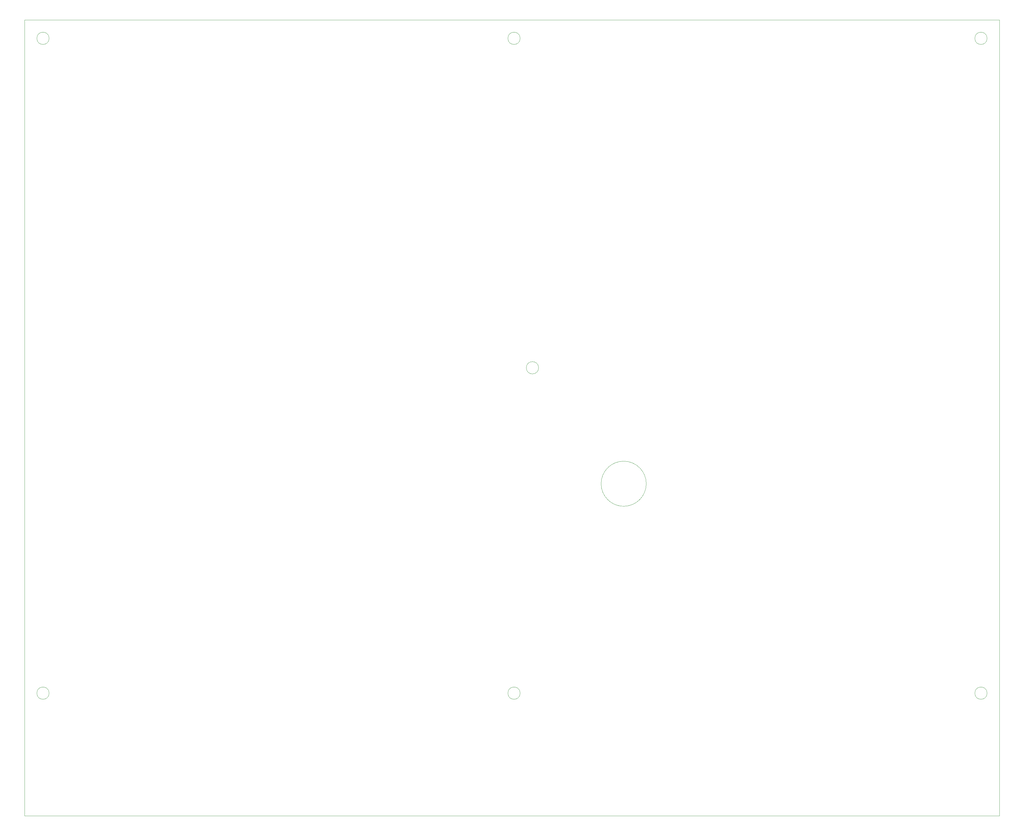
<source format=gbr>
G04 #@! TF.GenerationSoftware,KiCad,Pcbnew,7.0.5*
G04 #@! TF.CreationDate,2023-08-01T18:07:23+02:00*
G04 #@! TF.ProjectId,idp-valid,6964702d-7661-46c6-9964-2e6b69636164,1*
G04 #@! TF.SameCoordinates,Original*
G04 #@! TF.FileFunction,Profile,NP*
%FSLAX46Y46*%
G04 Gerber Fmt 4.6, Leading zero omitted, Abs format (unit mm)*
G04 Created by KiCad (PCBNEW 7.0.5) date 2023-08-01 18:07:23*
%MOMM*%
%LPD*%
G01*
G04 APERTURE LIST*
G04 #@! TA.AperFunction,Profile*
%ADD10C,0.100000*%
G04 #@! TD*
G04 APERTURE END LIST*
D10*
X59690000Y-51435000D02*
X361950000Y-51435000D01*
X361950000Y-298450000D01*
X59690000Y-298450000D01*
X59690000Y-51435000D01*
X358140000Y-260350000D02*
G75*
G03*
X358140000Y-260350000I-1905000J0D01*
G01*
X252458945Y-195363108D02*
G75*
G03*
X252458945Y-195363108I-7000000J0D01*
G01*
X213360000Y-260350000D02*
G75*
G03*
X213360000Y-260350000I-1905000J0D01*
G01*
X67310000Y-57150000D02*
G75*
G03*
X67310000Y-57150000I-1905000J0D01*
G01*
X213360000Y-57150000D02*
G75*
G03*
X213360000Y-57150000I-1905000J0D01*
G01*
X67310000Y-260350000D02*
G75*
G03*
X67310000Y-260350000I-1905000J0D01*
G01*
X358140000Y-57150000D02*
G75*
G03*
X358140000Y-57150000I-1905000J0D01*
G01*
X219075000Y-159385000D02*
G75*
G03*
X219075000Y-159385000I-1905000J0D01*
G01*
M02*

</source>
